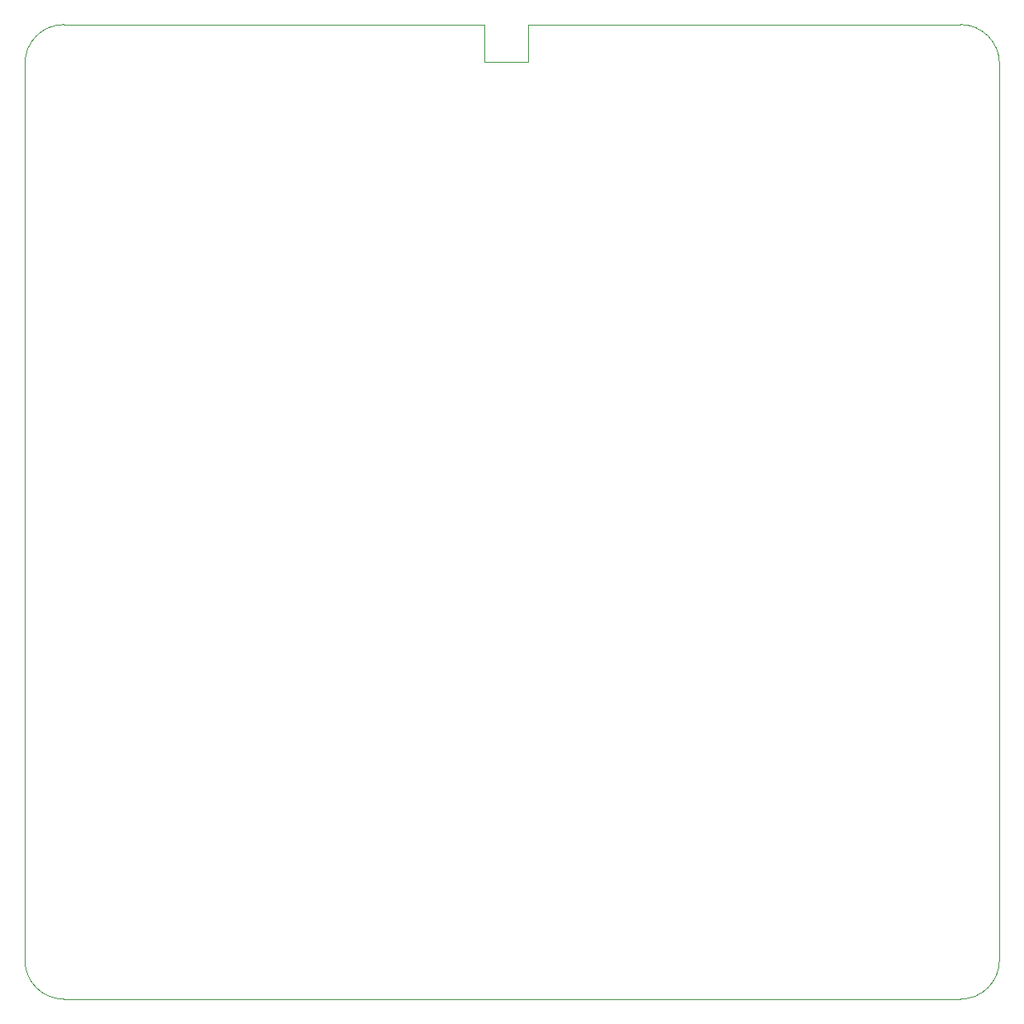
<source format=gm1>
G04 #@! TF.GenerationSoftware,KiCad,Pcbnew,7.0.5*
G04 #@! TF.CreationDate,2023-12-17T09:41:48+13:00*
G04 #@! TF.ProjectId,CompactFlash,436f6d70-6163-4744-966c-6173682e6b69,2*
G04 #@! TF.SameCoordinates,Original*
G04 #@! TF.FileFunction,Profile,NP*
%FSLAX46Y46*%
G04 Gerber Fmt 4.6, Leading zero omitted, Abs format (unit mm)*
G04 Created by KiCad (PCBNEW 7.0.5) date 2023-12-17 09:41:48*
%MOMM*%
%LPD*%
G01*
G04 APERTURE LIST*
G04 #@! TA.AperFunction,Profile*
%ADD10C,0.100000*%
G04 #@! TD*
G04 APERTURE END LIST*
D10*
X152768250Y-47121549D02*
X152768250Y-43311549D01*
X197152277Y-143282977D02*
G75*
G03*
X201152277Y-139282976I-77J4000077D01*
G01*
X152768250Y-43311549D02*
X197152277Y-43282976D01*
X105152277Y-43282976D02*
X148323250Y-43311549D01*
X201152277Y-139282976D02*
X201152277Y-47282976D01*
X105152277Y-43282977D02*
G75*
G03*
X101152277Y-47282976I-27J-3999973D01*
G01*
X101152277Y-47282976D02*
X101152277Y-139282976D01*
X105152277Y-143282976D02*
X197152277Y-143282976D01*
X148323250Y-47121549D02*
X152768250Y-47121549D01*
X201152224Y-47282976D02*
G75*
G03*
X197152277Y-43282976I-4000024J-24D01*
G01*
X101152224Y-139282976D02*
G75*
G03*
X105152277Y-143282976I3999976J-24D01*
G01*
X148323250Y-43311549D02*
X148323250Y-47121549D01*
M02*

</source>
